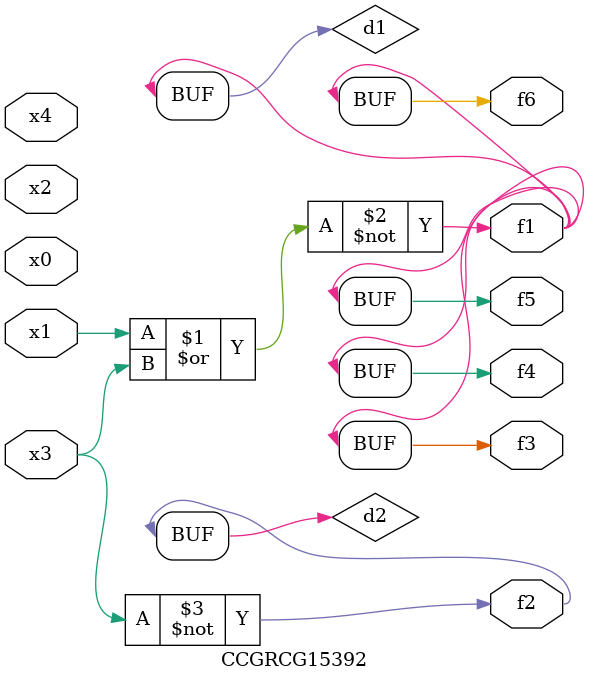
<source format=v>
module CCGRCG15392(
	input x0, x1, x2, x3, x4,
	output f1, f2, f3, f4, f5, f6
);

	wire d1, d2;

	nor (d1, x1, x3);
	not (d2, x3);
	assign f1 = d1;
	assign f2 = d2;
	assign f3 = d1;
	assign f4 = d1;
	assign f5 = d1;
	assign f6 = d1;
endmodule

</source>
